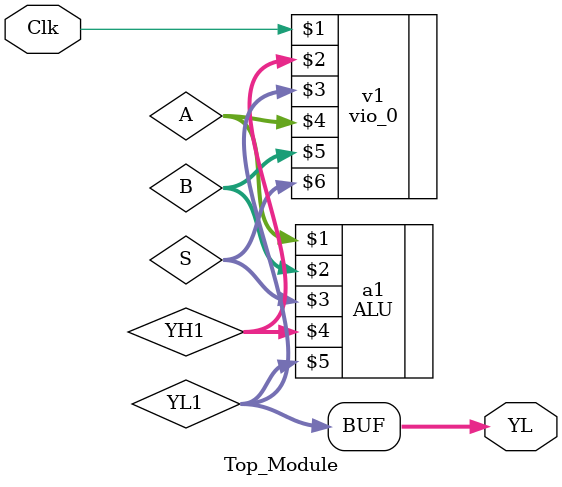
<source format=v>
`timescale 1ns / 1ps


module Top_Module( 
    input Clk,
    
    output [7:0] YL
    

    ); 
    wire [7:0]A;
    wire [7:0]B;
    wire [2:0]S;
    wire [7:0]YH1;
    wire [7:0]YL1;  
    ALU a1(A,B,S,YH1,YL1);
    vio_0 v1(Clk,YH1,YL1,A,B,S);
    
    assign YL=YL1;
    
    
    
endmodule

</source>
